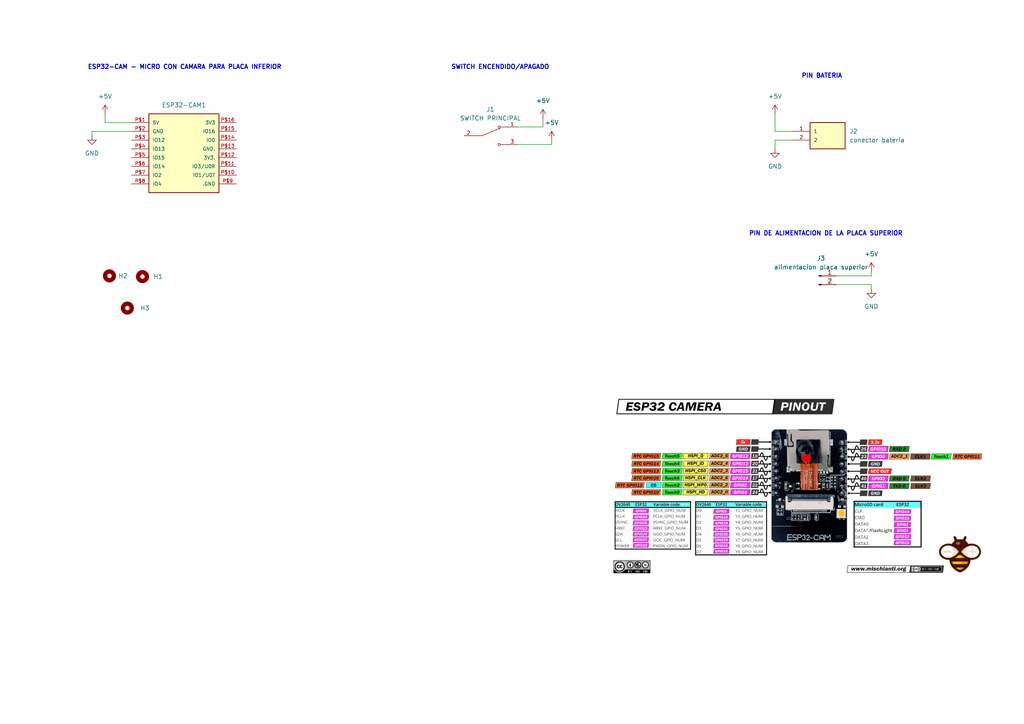
<source format=kicad_sch>
(kicad_sch (version 20211123) (generator eeschema)
  (paper "A4")
  (lib_symbols
    (symbol "Connector:Conn_01x02_Male" (pin_names (offset 1.016) hide)
      (property "Reference" "J" (at 0 2.54 0))
      (property "Value" "Conn_01x02_Male" (at 0 -5.08 0))
      (symbol "Conn_01x02_Male_1_1"
        (polyline (pts (xy 1.27 -2.54) (xy 0.8636 -2.54)) (stroke (width 0.1524)))
        (polyline (pts (xy 1.27 0) (xy 0.8636 0)) (stroke (width 0.1524)))
        (rectangle (start 0.8636 -2.413) (end 0 -2.667) (stroke (width 0.1524)) (fill (type outline)))
        (rectangle (start 0.8636 0.127) (end 0 -0.127) (stroke (width 0.1524)) (fill (type outline)))
        (pin passive line (at 5.08 0 180) (length 3.81) (name "Pin_1") (number "1"))
        (pin passive line (at 5.08 -2.54 180) (length 3.81) (name "Pin_2") (number "2"))
      )
    )
    (symbol "EESTN5:Mounting_Hole" (pin_names (offset 1.016))
      (property "Reference" "H" (at 0 5.08 0))
      (symbol "Mounting_Hole_0_1"
        (circle (center 0 0) (radius 1.27) (stroke (width 1.27)))
      )
    )
    (symbol "ESP32-CAM:ESP32-CAM" (pin_names (offset 1.016))
      (property "Reference" "U" (at -10.16 20.32 0))
      (symbol "ESP32-CAM_0_0"
        (rectangle (start -10.16 -5.08) (end 10.16 17.78) (stroke (width 0.254)) (fill (type background)))
        (pin bidirectional line (at -15.24 15.24 0) (length 5.08) (name "5V") (number "P$1"))
        (pin bidirectional line (at 15.24 0 180) (length 5.08) (name "IO1/U0T") (number "P$10"))
        (pin bidirectional line (at 15.24 2.54 180) (length 5.08) (name "IO3/U0R") (number "P$11"))
        (pin bidirectional line (at 15.24 5.08 180) (length 5.08) (name "3V3.") (number "P$12"))
        (pin bidirectional line (at 15.24 7.62 180) (length 5.08) (name "GND.") (number "P$13"))
        (pin bidirectional line (at 15.24 10.16 180) (length 5.08) (name "IO0") (number "P$14"))
        (pin bidirectional line (at 15.24 12.7 180) (length 5.08) (name "IO16") (number "P$15"))
        (pin bidirectional line (at 15.24 15.24 180) (length 5.08) (name "3V3") (number "P$16"))
        (pin bidirectional line (at -15.24 12.7 0) (length 5.08) (name "GND") (number "P$2"))
        (pin bidirectional line (at -15.24 10.16 0) (length 5.08) (name "IO12") (number "P$3"))
        (pin bidirectional line (at -15.24 7.62 0) (length 5.08) (name "IO13") (number "P$4"))
        (pin bidirectional line (at -15.24 5.08 0) (length 5.08) (name "IO15") (number "P$5"))
        (pin bidirectional line (at -15.24 2.54 0) (length 5.08) (name "IO14") (number "P$6"))
        (pin bidirectional line (at -15.24 0 0) (length 5.08) (name "IO2") (number "P$7"))
        (pin bidirectional line (at -15.24 -2.54 0) (length 5.08) (name "IO4") (number "P$8"))
        (pin bidirectional line (at 15.24 -2.54 180) (length 5.08) (name ".GND") (number "P$9"))
      )
    )
    (symbol "conector 3 patitas:500SSP1S2M2QEA" (pin_names (offset 1.016) hide)
      (property "Reference" "S" (at -2.54 5.08 0))
      (property "Value" "500SSP1S2M2QEA" (at -2.54 -5.08 0))
      (symbol "500SSP1S2M2QEA_0_0"
        (polyline (pts (xy -2.54 0) (xy -5.08 0)) (stroke (width 0.1524)))
        (polyline (pts (xy -2.54 0) (xy 2.794 2.1336)) (stroke (width 0.1524)))
        (polyline (pts (xy 5.08 -2.54) (xy 2.921 -2.54)) (stroke (width 0.1524)))
        (polyline (pts (xy 5.08 2.54) (xy 2.921 2.54)) (stroke (width 0.1524)))
        (circle (center 2.54 -2.54) (radius 0.3302) (stroke (width 0.1524)))
        (circle (center 2.54 2.54) (radius 0.3302) (stroke (width 0.1524)))
        (pin passive line (at 7.62 2.54 180) (length 2.54) (name "~") (number "1"))
        (pin passive line (at -7.62 0 0) (length 2.54) (name "~") (number "2"))
        (pin passive line (at 7.62 -2.54 180) (length 2.54) (name "~") (number "3"))
      )
    )
    (symbol "conector bateria lipo:3-647630-2" (pin_names (offset 1.016))
      (property "Reference" "J" (at -5.588 5.08 0))
      (property "Value" "3-647630-2" (at -5.08 -5.08 0))
      (symbol "3-647630-2_0_0"
        (rectangle (start -5.08 -2.54) (end 5.08 5.08) (stroke (width 0.254)) (fill (type background)))
        (pin passive line (at -10.16 2.54 0) (length 5.08) (name "1") (number "1"))
        (pin passive line (at -10.16 0 0) (length 5.08) (name "2") (number "2"))
      )
    )
    (symbol "power:+5V" (power) (pin_names (offset 0))
      (property "Value" "+5V" (at 0 3.556 0))
      (symbol "+5V_0_1"
        (polyline (pts (xy -0.762 1.27) (xy 0 2.54)))
        (polyline (pts (xy 0 0) (xy 0 2.54)))
        (polyline (pts (xy 0 2.54) (xy 0.762 1.27)))
      )
      (symbol "+5V_1_1"
        (pin power_in line (at 0 0 90) (length 0) hide (name "+5V") (number "1"))
      )
    )
    (symbol "power:GND" (power) (pin_names (offset 0))
      (property "Value" "GND" (at 0 -3.81 0))
      (symbol "GND_0_1"
        (polyline (pts (xy 0 0) (xy 0 -1.27) (xy 1.27 -1.27) (xy 0 -2.54) (xy -1.27 -1.27) (xy 0 -1.27)))
      )
      (symbol "GND_1_1"
        (pin power_in line (at 0 0 270) (length 0) hide (name "GND") (number "1"))
      )
    )
  )
  (wire (pts (xy 26.67 38.1) (xy 26.67 39.37)))
  (wire (pts (xy 160.02 40.64) (xy 160.02 41.91)))
  (wire (pts (xy 242.57 82.55) (xy 252.73 82.55)))
  (wire (pts (xy 38.1 35.56) (xy 30.48 35.56)))
  (wire (pts (xy 149.86 41.91) (xy 160.02 41.91)))
  (wire (pts (xy 229.87 40.64) (xy 224.79 40.64)))
  (wire (pts (xy 224.79 33.02) (xy 224.79 38.1)))
  (wire (pts (xy 252.73 78.74) (xy 252.73 80.01)))
  (wire (pts (xy 149.86 36.83) (xy 157.48 36.83)))
  (wire (pts (xy 252.73 82.55) (xy 252.73 83.82)))
  (wire (pts (xy 224.79 40.64) (xy 224.79 43.18)))
  (wire (pts (xy 38.1 38.1) (xy 26.67 38.1)))
  (wire (pts (xy 229.87 38.1) (xy 224.79 38.1)))
  (wire (pts (xy 157.48 34.29) (xy 157.48 36.83)))
  (wire (pts (xy 242.57 80.01) (xy 252.73 80.01)))
  (wire (pts (xy 30.48 33.02) (xy 30.48 35.56)))
  (image (at 231.3686 140.97) (scale 0.779626))
  (text "ESP32-CAM - MICRO CON CAMARA PARA PLACA INFERIOR\n" (at 25.4 20.32 0) (effects (font (size 1.27 1.27) bold) (justify left bottom)))
  (text "PIN DE ALIMENTACION DE LA PLACA SUPERIOR\n" (at 217.17 68.58 0) (effects (font (size 1.27 1.27) bold) (justify left bottom)))
  (text "PIN BATERIA\n" (at 232.41 22.86 0) (effects (font (size 1.27 1.27) bold) (justify left bottom)))
  (text "SWITCH ENCENDIDO/APAGADO" (at 130.81 20.32 0) (effects (font (size 1.27 1.27) (thickness 0.254) bold) (justify left bottom)))
  (symbol (lib_id "EESTN5:Mounting_Hole") (at 31.75 80.01 0) (unit 1)
    (property "Reference" "H2" (at 34.29 80.0099 0) (effects (justify left)))
    (property "Value" "Mounting_Hole" (effects hide))
    (property "Footprint" "EESTN5:hole_3mm" (effects hide))
  )
  (symbol (lib_id "conector 3 patitas:500SSP1S2M2QEA") (at 142.24 39.37 0) (unit 1)
    (property "Reference" "J1" (at 142.24 31.75 0))
    (property "Value" "SWITCH PRINCIPAL" (at 142.24 34.29 0))
    (property "Footprint" "Libreria Cansat:SW_500SSP1S2M2QEA" (effects hide))
    (property "MANUFACTURER" "E-switch" (effects hide))
    (property "STANDARD" "Manufacturer Recommendations" (effects hide))
    (property "PARTREV" "C" (effects hide))
    (property "MAXIMUM_PACKAGE_HEIGHT" "13.59mm" (effects hide))
  )
  (symbol (lib_id "power:+5V") (at 160.02 40.64 0) (unit 1)
    (property "Reference" "#PWR0101" (effects hide))
    (property "Value" "+5V" (at 160.02 35.56 0))
  )
  (symbol (lib_id "power:GND") (at 252.73 83.82 0) (unit 1)
    (property "Reference" "#PWR0108" (effects hide))
    (property "Value" "GND" (at 252.73 88.9 0))
  )
  (symbol (lib_id "Connector:Conn_01x02_Male") (at 237.49 80.01 0) (unit 1)
    (property "Reference" "J3" (at 238.125 74.93 0))
    (property "Value" "alimentacion placa superior" (at 238.125 77.47 0))
    (property "Footprint" "Connector_PinHeader_2.54mm:PinHeader_1x02_P2.54mm_Vertical" (effects hide))
  )
  (symbol (lib_id "conector bateria lipo:3-647630-2") (at 240.03 40.64 0) (unit 1)
    (property "Reference" "J2" (at 246.38 38.0999 0) (effects (justify left)))
    (property "Value" "conector bateria" (at 246.38 40.6399 0) (effects (justify left)))
    (property "Footprint" "Libreria Cansat:TE_3-647630-2" (effects hide))
    (property "EU_RoHS_Compliance" "Compliant" (effects hide))
    (property "Comment" "3-647630-2" (effects hide))
  )
  (symbol (lib_id "ESP32-CAM:ESP32-CAM") (at 53.34 50.8 0) (unit 1)
    (property "Reference" "ESP32-CAM1" (at 53.34 30.48 0))
    (property "Value" "ESP32-CAM" (effects hide))
    (property "Footprint" "esp32:ESP32-CAM" (effects hide))
  )
  (symbol (lib_id "power:+5V") (at 224.79 33.02 0) (unit 1)
    (property "Reference" "#PWR0105" (effects hide))
    (property "Value" "+5V" (at 224.79 27.94 0))
  )
  (symbol (lib_id "power:+5V") (at 252.73 78.74 0) (unit 1)
    (property "Reference" "#PWR0107" (effects hide))
    (property "Value" "+5V" (at 252.73 73.66 0))
  )
  (symbol (lib_id "EESTN5:Mounting_Hole") (at 36.9408 89.3568 0) (unit 1)
    (property "Reference" "H3" (at 40.64 89.3567 0) (effects (justify left)))
    (property "Value" "Mounting_Hole" (effects hide))
    (property "Footprint" "EESTN5:hole_3mm" (effects hide))
  )
  (symbol (lib_id "power:GND") (at 224.79 43.18 0) (unit 1)
    (property "Reference" "#PWR0106" (effects hide))
    (property "Value" "GND" (at 224.79 48.26 0))
  )
  (symbol (lib_id "power:GND") (at 26.67 39.37 0) (unit 1)
    (property "Reference" "#PWR0104" (effects hide))
    (property "Value" "GND" (at 26.67 44.45 0))
  )
  (symbol (lib_id "EESTN5:Mounting_Hole") (at 41.3304 80.2264 0) (unit 1)
    (property "Reference" "H1" (at 44.45 80.2263 0) (effects (justify left)))
    (property "Value" "Mounting_Hole" (effects hide))
    (property "Footprint" "EESTN5:hole_3mm" (effects hide))
  )
  (symbol (lib_id "power:+5V") (at 157.48 34.29 0) (unit 1)
    (property "Reference" "#PWR0102" (effects hide))
    (property "Value" "+5V" (at 157.48 29.21 0))
  )
  (symbol (lib_id "power:+5V") (at 30.48 33.02 0) (unit 1)
    (property "Reference" "#PWR0103" (effects hide))
    (property "Value" "+5V" (at 30.48 27.94 0))
  )
)
</source>
